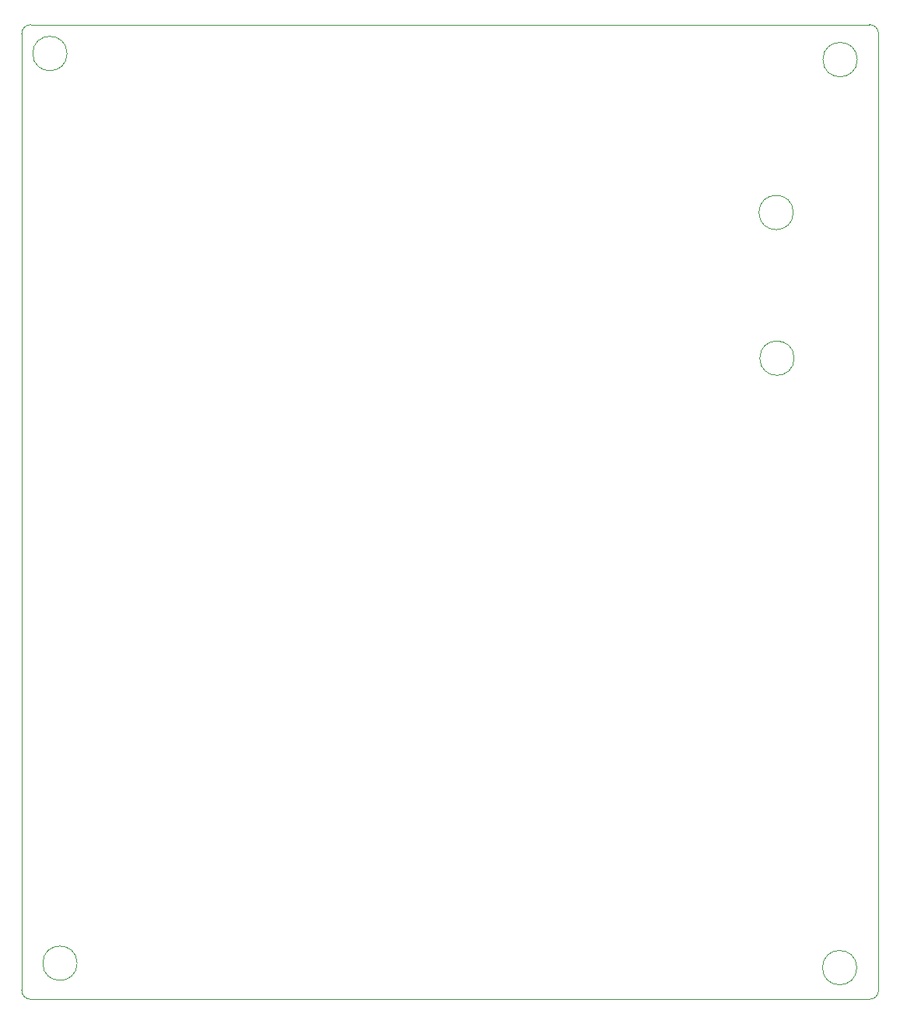
<source format=gbr>
%TF.GenerationSoftware,KiCad,Pcbnew,7.0.11*%
%TF.CreationDate,2025-01-18T22:08:42+03:00*%
%TF.ProjectId,Pong,506f6e67-2e6b-4696-9361-645f70636258,rev?*%
%TF.SameCoordinates,Original*%
%TF.FileFunction,Profile,NP*%
%FSLAX46Y46*%
G04 Gerber Fmt 4.6, Leading zero omitted, Abs format (unit mm)*
G04 Created by KiCad (PCBNEW 7.0.11) date 2025-01-18 22:08:42*
%MOMM*%
%LPD*%
G01*
G04 APERTURE LIST*
%TA.AperFunction,Profile*%
%ADD10C,0.050000*%
%TD*%
G04 APERTURE END LIST*
D10*
X183108601Y-73507600D02*
G75*
G03*
X179372123Y-73507600I-1868239J0D01*
G01*
X179372123Y-73507600D02*
G75*
G03*
X183108601Y-73507600I1868239J0D01*
G01*
X99034600Y-142281400D02*
X99034600Y-38211000D01*
X100034600Y-37211000D02*
X191303400Y-37211000D01*
X192303400Y-38211000D02*
G75*
G03*
X191303400Y-37211000I-1000000J0D01*
G01*
X191303400Y-143281400D02*
X100034600Y-143281400D01*
X191303400Y-143281400D02*
G75*
G03*
X192303400Y-142281400I0J1000000D01*
G01*
X192303400Y-38211000D02*
X192303400Y-142281400D01*
X183021039Y-57658000D02*
G75*
G03*
X179284561Y-57658000I-1868239J0D01*
G01*
X179284561Y-57658000D02*
G75*
G03*
X183021039Y-57658000I1868239J0D01*
G01*
X99034600Y-142281400D02*
G75*
G03*
X100034600Y-143281400I1000000J0D01*
G01*
X105068439Y-139344400D02*
G75*
G03*
X101331961Y-139344400I-1868239J0D01*
G01*
X101331961Y-139344400D02*
G75*
G03*
X105068439Y-139344400I1868239J0D01*
G01*
X100034600Y-37211000D02*
G75*
G03*
X99034600Y-38211000I0J-1000000D01*
G01*
X103976239Y-40360600D02*
G75*
G03*
X100239761Y-40360600I-1868239J0D01*
G01*
X100239761Y-40360600D02*
G75*
G03*
X103976239Y-40360600I1868239J0D01*
G01*
X189980639Y-41021000D02*
G75*
G03*
X186244161Y-41021000I-1868239J0D01*
G01*
X186244161Y-41021000D02*
G75*
G03*
X189980639Y-41021000I1868239J0D01*
G01*
X189929839Y-139827000D02*
G75*
G03*
X186193361Y-139827000I-1868239J0D01*
G01*
X186193361Y-139827000D02*
G75*
G03*
X189929839Y-139827000I1868239J0D01*
G01*
M02*

</source>
